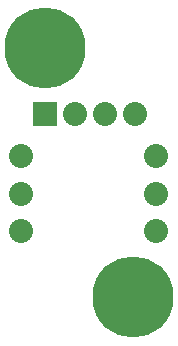
<source format=gbs>
G04 (created by PCBNEW-RS274X (2011-05-25)-stable) date Thu 21 Feb 2013 07:45:28 PM EST*
G01*
G70*
G90*
%MOIN*%
G04 Gerber Fmt 3.4, Leading zero omitted, Abs format*
%FSLAX34Y34*%
G04 APERTURE LIST*
%ADD10C,0.006000*%
%ADD11R,0.080000X0.080000*%
%ADD12C,0.080000*%
%ADD13C,0.270000*%
G04 APERTURE END LIST*
G54D10*
G54D11*
X63750Y-31200D03*
G54D12*
X64750Y-31200D03*
X65750Y-31200D03*
X66750Y-31200D03*
G54D13*
X63750Y-29000D03*
X66700Y-37300D03*
G54D12*
X62950Y-35100D03*
X67450Y-35100D03*
X62950Y-33850D03*
X67450Y-33850D03*
X62950Y-32600D03*
X67450Y-32600D03*
M02*

</source>
